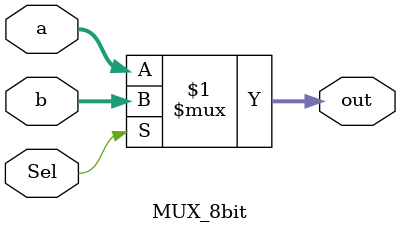
<source format=v>
/*
	These are the MUXes in the circuit
	One is for sign (1 bit), one is for exponent (8 bit) and one is for fraction (32 bit)
	The MUXes are also implemented using modules, given below
*/

module MUX_1bit (input a, input b, input Sel, output out);
	assign out = Sel?b:a;
endmodule

module MUX_32bit (input [31:0] a, input [31:0] b, input Sel, output [31:0] out);
	assign out = Sel?b:a;
endmodule

module MUX_8bit (input [7:0] a, input [7:0] b, input Sel, output [7:0] out);
	assign out = Sel?b:a;
endmodule
</source>
